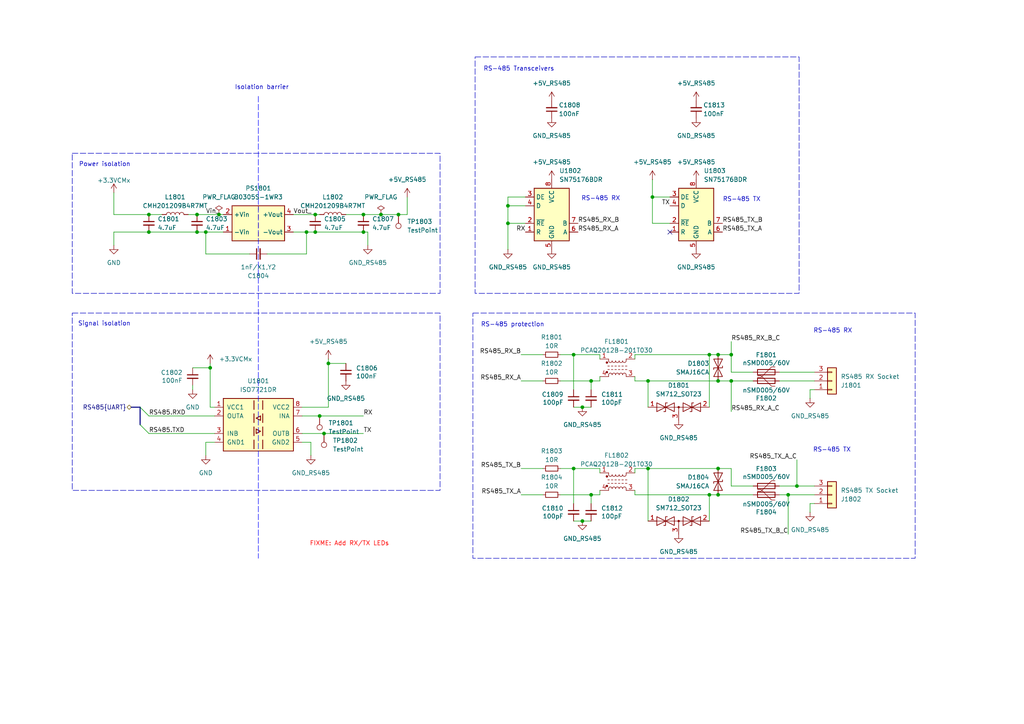
<source format=kicad_sch>
(kicad_sch (version 20231120) (generator "eeschema") (generator_version "8.0")
  (paper "A4")
  (title_block (title "HALPI2") (date "2025-01-03") (rev "v0.0.1") (company "Hat Labs Oy") (comment 1 "https://creativecommons.org/licenses/by/4.0") (comment 2 "To view a copy of this license, visit ") (comment 3 "HALPI2 is licensed under CC BY 4.0."))
  (lib_symbols
    (symbol "Connector:TestPoint" (pin_numbers hide) (pin_names (offset 0.762) hide)
      (property "Reference" "TP" (at 0 6.858 0))
      (property "Value" "TestPoint" (at 0 5.08 0))
      (symbol "TestPoint_0_1"
        (circle (center 0 3.302) (radius 0.762))
      )
      (symbol "TestPoint_1_1"
        (pin passive line (at 0 0 90) (length 2.54) (name "1") (number "1"))
      )
    )
    (symbol "Connector_Generic:Conn_01x03" (pin_names (offset 1.016) hide)
      (property "Reference" "J" (at 0 5.08 0))
      (property "Value" "Conn_01x03" (at 0 -5.08 0))
      (symbol "Conn_01x03_1_1"
        (rectangle (start -1.27 -2.413) (end 0 -2.667) (stroke (width 0.1524)))
        (rectangle (start -1.27 0.127) (end 0 -0.127) (stroke (width 0.1524)))
        (rectangle (start -1.27 2.667) (end 0 2.413) (stroke (width 0.1524)))
        (rectangle (start -1.27 3.81) (end 1.27 -3.81) (stroke (width 0.254)) (fill (type background)))
        (pin passive line (at -5.08 2.54 0) (length 3.81) (name "Pin_1") (number "1"))
        (pin passive line (at -5.08 0 0) (length 3.81) (name "Pin_2") (number "2"))
        (pin passive line (at -5.08 -2.54 0) (length 3.81) (name "Pin_3") (number "3"))
      )
    )
    (symbol "Device:C_Small" (pin_numbers hide) (pin_names (offset 0.254) hide)
      (property "Reference" "C" (at 0.254 1.778 0))
      (property "Value" "C_Small" (at 0.254 -2.032 0))
      (symbol "C_Small_0_1"
        (polyline (pts (xy -1.524 -0.508) (xy 1.524 -0.508)) (stroke (width 0.3302)))
        (polyline (pts (xy -1.524 0.508) (xy 1.524 0.508)) (stroke (width 0.3048)))
      )
      (symbol "C_Small_1_1"
        (pin passive line (at 0 2.54 270) (length 2.032) (name "~") (number "1"))
        (pin passive line (at 0 -2.54 90) (length 2.032) (name "~") (number "2"))
      )
    )
    (symbol "Device:L" (pin_numbers hide) (pin_names (offset 1.016) hide)
      (property "Reference" "L" (at -1.27 0 90))
      (property "Value" "L" (at 1.905 0 90))
      (symbol "L_0_1"
        (arc (start 0 -2.54) (mid 0.6323 -1.905) (end 0 -1.27))
        (arc (start 0 -1.27) (mid 0.6323 -0.635) (end 0 0))
        (arc (start 0 0) (mid 0.6323 0.635) (end 0 1.27))
        (arc (start 0 1.27) (mid 0.6323 1.905) (end 0 2.54))
      )
      (symbol "L_1_1"
        (pin passive line (at 0 3.81 270) (length 1.27) (name "1") (number "1"))
        (pin passive line (at 0 -3.81 90) (length 1.27) (name "2") (number "2"))
      )
    )
    (symbol "Device:L_Ferrite_Coupled_1243" (pin_names (offset 0.254) hide)
      (property "Reference" "L" (at 0 4.445 0))
      (property "Value" "L_Ferrite_Coupled_1243" (at 0 -4.445 0))
      (symbol "L_Ferrite_Coupled_1243_0_1"
        (circle (center -3.048 -1.27) (radius 0.254) (fill (type outline)))
        (circle (center -3.048 1.524) (radius 0.254) (fill (type outline)))
        (arc (start -2.54 2.032) (mid -2.032 1.5262) (end -1.524 2.032))
        (arc (start -1.524 -2.032) (mid -2.032 -1.5262) (end -2.54 -2.032))
        (arc (start -1.524 2.032) (mid -1.016 1.5262) (end -0.508 2.032))
        (arc (start -0.508 -2.032) (mid -1.016 -1.5262) (end -1.524 -2.032))
        (arc (start -0.508 2.032) (mid 0 1.5262) (end 0.508 2.032))
        (polyline (pts (xy -2.794 -0.508) (xy -2.286 -0.508)))
        (polyline (pts (xy -2.794 0.508) (xy -2.286 0.508)))
        (polyline (pts (xy -2.54 -2.032) (xy -2.54 -2.54)))
        (polyline (pts (xy -2.54 2.032) (xy -2.54 2.54)))
        (polyline (pts (xy -1.778 -0.508) (xy -1.27 -0.508)))
        (polyline (pts (xy -1.778 0.508) (xy -1.27 0.508)))
        (polyline (pts (xy -0.762 -0.508) (xy -0.254 -0.508)))
        (polyline (pts (xy -0.762 0.508) (xy -0.254 0.508)))
        (polyline (pts (xy 0.254 -0.508) (xy 0.762 -0.508)))
        (polyline (pts (xy 0.254 0.508) (xy 0.762 0.508)))
        (polyline (pts (xy 1.27 -0.508) (xy 1.778 -0.508)))
        (polyline (pts (xy 1.27 0.508) (xy 1.778 0.508)))
        (polyline (pts (xy 2.286 -0.508) (xy 2.794 -0.508)))
        (polyline (pts (xy 2.286 0.508) (xy 2.794 0.508)))
        (polyline (pts (xy 2.54 -2.032) (xy 2.54 -2.54)))
        (polyline (pts (xy 2.54 2.54) (xy 2.54 2.032)))
        (arc (start 0.508 -2.032) (mid 0 -1.5262) (end -0.508 -2.032))
        (arc (start 0.508 2.032) (mid 1.016 1.5262) (end 1.524 2.032))
        (arc (start 1.524 -2.032) (mid 1.016 -1.5262) (end 0.508 -2.032))
        (arc (start 1.524 2.032) (mid 2.032 1.5262) (end 2.54 2.032))
        (arc (start 2.54 -2.032) (mid 2.032 -1.5262) (end 1.524 -2.032))
      )
      (symbol "L_Ferrite_Coupled_1243_1_1"
        (pin passive line (at -5.08 2.54 0) (length 2.54) (name "1") (number "1"))
        (pin passive line (at 5.08 2.54 180) (length 2.54) (name "2") (number "2"))
        (pin passive line (at 5.08 -2.54 180) (length 2.54) (name "3") (number "3"))
        (pin passive line (at -5.08 -2.54 0) (length 2.54) (name "4") (number "4"))
      )
    )
    (symbol "Device:Polyfuse" (pin_numbers hide) (pin_names (offset 0))
      (property "Reference" "F" (at -2.54 0 90))
      (property "Value" "Polyfuse" (at 2.54 0 90))
      (symbol "Polyfuse_0_1"
        (rectangle (start -0.762 2.54) (end 0.762 -2.54) (stroke (width 0.254)))
        (polyline (pts (xy 0 2.54) (xy 0 -2.54)))
        (polyline (pts (xy -1.524 2.54) (xy -1.524 1.524) (xy 1.524 -1.524) (xy 1.524 -2.54)))
      )
      (symbol "Polyfuse_1_1"
        (pin passive line (at 0 3.81 270) (length 1.27) (name "~") (number "1"))
        (pin passive line (at 0 -3.81 90) (length 1.27) (name "~") (number "2"))
      )
    )
    (symbol "Device:R_Small" (pin_numbers hide) (pin_names (offset 0.254) hide)
      (property "Reference" "R" (at 0.762 0.508 0))
      (property "Value" "R_Small" (at 0.762 -1.016 0))
      (symbol "R_Small_0_1"
        (rectangle (start -0.762 1.778) (end 0.762 -1.778) (stroke (width 0.2032)))
      )
      (symbol "R_Small_1_1"
        (pin passive line (at 0 2.54 270) (length 0.762) (name "~") (number "1"))
        (pin passive line (at 0 -2.54 90) (length 0.762) (name "~") (number "2"))
      )
    )
    (symbol "Diode:SM712_SOT23" (pin_names (offset 1.016) hide)
      (property "Reference" "D" (at 0 4.445 0))
      (property "Value" "SM712_SOT23" (at 0 2.54 0))
      (symbol "SM712_SOT23_0_0"
        (polyline (pts (xy 0 -1.27) (xy 0 0)))
      )
      (symbol "SM712_SOT23_0_1"
        (polyline (pts (xy -6.35 0) (xy 6.35 0)))
        (polyline (pts (xy -3.302 1.27) (xy -3.81 1.27) (xy -3.81 -1.27) (xy -4.318 -1.27)) (stroke (width 0.2032)))
        (polyline (pts (xy 4.318 1.27) (xy 3.81 1.27) (xy 3.81 -1.27) (xy 3.302 -1.27)) (stroke (width 0.2032)))
        (polyline (pts (xy -6.35 -1.27) (xy -1.27 1.27) (xy -1.27 -1.27) (xy -6.35 1.27) (xy -6.35 -1.27)) (stroke (width 0.2032)))
        (polyline (pts (xy 1.27 -1.27) (xy 1.27 1.27) (xy 6.35 -1.27) (xy 6.35 1.27) (xy 1.27 -1.27)) (stroke (width 0.2032)))
        (circle (center 0 0) (radius 0.254) (fill (type outline)))
      )
      (symbol "SM712_SOT23_1_1"
        (pin passive line (at -8.89 0 0) (length 2.54) (name "A1") (number "1"))
        (pin passive line (at 8.89 0 180) (length 2.54) (name "A2") (number "2"))
        (pin input line (at 0 -3.81 90) (length 2.54) (name "common") (number "3"))
      )
    )
    (symbol "Diode:SMAJ16CA" (pin_numbers hide) (pin_names (offset 1.016) hide)
      (property "Reference" "D" (at 0 2.54 0))
      (property "Value" "SMAJ16CA" (at 0 -2.54 0))
      (symbol "SMAJ16CA_0_1"
        (polyline (pts (xy 1.27 0) (xy -1.27 0)))
        (polyline (pts (xy -2.54 -1.27) (xy 0 0) (xy -2.54 1.27) (xy -2.54 -1.27)) (stroke (width 0.2032)))
        (polyline (pts (xy 0.508 1.27) (xy 0 1.27) (xy 0 -1.27) (xy -0.508 -1.27)) (stroke (width 0.2032)))
        (polyline (pts (xy 2.54 1.27) (xy 2.54 -1.27) (xy 0 0) (xy 2.54 1.27)) (stroke (width 0.2032)))
      )
      (symbol "SMAJ16CA_1_1"
        (pin passive line (at -3.81 0 0) (length 2.54) (name "A1") (number "1"))
        (pin passive line (at 3.81 0 180) (length 2.54) (name "A2") (number "2"))
      )
    )
    (symbol "HALSER:IB0303S-W75R3"
      (property "Reference" "PS" (at -7.62 6.35 0))
      (property "Value" "IB0303S-W75R3" (at 1.27 6.35 0))
      (symbol "IB0303S-W75R3_0_0"
        (pin power_in line (at -10.16 -2.54 0) (length 2.54) (name "-Vin") (number "1"))
        (pin power_in line (at -10.16 2.54 0) (length 2.54) (name "+Vin") (number "2"))
        (pin power_out line (at 10.16 -2.54 180) (length 2.54) (name "-Vout") (number "3"))
        (pin power_out line (at 10.16 2.54 180) (length 2.54) (name "+Vout") (number "4"))
      )
      (symbol "IB0303S-W75R3_0_1"
        (rectangle (start -7.62 5.08) (end 7.62 -5.08) (stroke (width 0.254)) (fill (type background)))
        (polyline (pts (xy 0 -2.54) (xy 0 -3.81)))
        (polyline (pts (xy 0 0) (xy 0 -1.27)))
        (polyline (pts (xy 0 2.54) (xy 0 1.27)))
        (polyline (pts (xy 0 5.08) (xy 0 3.81)))
      )
    )
    (symbol "Hatlabs:+3.3VCMx" (power) (pin_numbers hide) (pin_names (offset 0) hide)
      (property "Value" "+3.3VCMx" (at 0 3.556 0))
      (symbol "+3.3VCMx_0_1"
        (polyline (pts (xy -0.762 1.27) (xy 0 2.54)))
        (polyline (pts (xy 0 0) (xy 0 2.54)))
        (polyline (pts (xy 0 2.54) (xy 0.762 1.27)))
      )
      (symbol "+3.3VCMx_1_1"
        (pin power_in line (at 0 0 90) (length 0) (name "~") (number "1"))
      )
    )
    (symbol "Hatlabs:+5V_RS485" (power) (pin_numbers hide) (pin_names (offset 0) hide)
      (property "Value" "+5V_RS485" (at 0 3.556 0))
      (symbol "+5V_RS485_0_1"
        (polyline (pts (xy -0.762 1.27) (xy 0 2.54)))
        (polyline (pts (xy 0 0) (xy 0 2.54)))
        (polyline (pts (xy 0 2.54) (xy 0.762 1.27)))
      )
      (symbol "+5V_RS485_1_1"
        (pin power_in line (at 0 0 90) (length 0) (name "~") (number "1"))
      )
    )
    (symbol "Hatlabs:ISO7721DR" (pin_names (offset 1.016))
      (property "Reference" "U" (at -10.16 8.89 0))
      (property "Value" "ISO7721DR" (at -2.032 8.89 0))
      (symbol "ISO7721DR_0_1"
        (rectangle (start -10.16 7.62) (end 10.16 -7.62) (stroke (width 0.254)) (fill (type background)))
        (polyline (pts (xy -1.27 -4.445) (xy -1.27 -6.985)) (stroke (width 0.254)))
        (polyline (pts (xy -1.27 -0.635) (xy -1.27 -3.175)) (stroke (width 0.254)))
        (polyline (pts (xy -1.27 3.175) (xy -1.27 0.635)) (stroke (width 0.254)))
        (polyline (pts (xy -1.27 6.985) (xy -1.27 4.445)) (stroke (width 0.254)))
        (polyline (pts (xy 1.27 -4.445) (xy 1.27 -6.985)) (stroke (width 0.254)))
        (polyline (pts (xy 1.27 -0.635) (xy 1.27 -3.175)) (stroke (width 0.254)))
        (polyline (pts (xy 1.27 3.175) (xy 1.27 0.635)) (stroke (width 0.254)))
        (polyline (pts (xy 1.27 6.985) (xy 1.27 4.445)) (stroke (width 0.254)))
        (polyline (pts (xy -0.635 -1.27) (xy -0.635 -2.54) (xy 0.635 -1.905) (xy -0.635 -1.27)) (stroke (width 0.254)))
        (polyline (pts (xy 0.635 2.54) (xy 0.635 1.27) (xy -0.635 1.905) (xy 0.635 2.54)) (stroke (width 0.254)))
      )
      (symbol "ISO7721DR_1_1"
        (pin power_in line (at -12.7 5.08 0) (length 2.54) (name "VCC1") (number "1"))
        (pin output line (at -12.7 2.54 0) (length 2.54) (name "OUTA") (number "2"))
        (pin input line (at -12.7 -2.54 0) (length 2.54) (name "INB") (number "3"))
        (pin power_in line (at -12.7 -5.08 0) (length 2.54) (name "GND1") (number "4"))
        (pin power_in line (at 12.7 -5.08 180) (length 2.54) (name "GND2") (number "5"))
        (pin output line (at 12.7 -2.54 180) (length 2.54) (name "OUTB") (number "6"))
        (pin input line (at 12.7 2.54 180) (length 2.54) (name "INA") (number "7"))
        (pin power_in line (at 12.7 5.08 180) (length 2.54) (name "VCC2") (number "8"))
      )
    )
    (symbol "Interface_UART:SN75176AD"
      (property "Reference" "U" (at -4.318 8.89 0))
      (property "Value" "SN75176AD" (at 1.016 8.89 0))
      (symbol "SN75176AD_0_1"
        (rectangle (start -5.08 7.62) (end 5.08 -7.62) (stroke (width 0.254)) (fill (type background)))
      )
      (symbol "SN75176AD_1_1"
        (pin output line (at -7.62 -5.08 0) (length 2.54) (name "R") (number "1"))
        (pin input line (at -7.62 -2.54 0) (length 2.54) (name "~{RE}") (number "2"))
        (pin input line (at -7.62 5.08 0) (length 2.54) (name "DE") (number "3"))
        (pin input line (at -7.62 2.54 0) (length 2.54) (name "D") (number "4"))
        (pin power_in line (at 0 -10.16 90) (length 2.54) (name "GND") (number "5"))
        (pin bidirectional line (at 7.62 -5.08 180) (length 2.54) (name "A") (number "6"))
        (pin bidirectional line (at 7.62 -2.54 180) (length 2.54) (name "B") (number "7"))
        (pin power_in line (at 0 10.16 270) (length 2.54) (name "VCC") (number "8"))
      )
    )
    (symbol "power:GND" (power) (pin_numbers hide) (pin_names (offset 0) hide)
      (property "Value" "GND" (at 0 -3.81 0))
      (symbol "GND_0_1"
        (polyline (pts (xy 0 0) (xy 0 -1.27) (xy 1.27 -1.27) (xy 0 -2.54) (xy -1.27 -1.27) (xy 0 -1.27)))
      )
      (symbol "GND_1_1"
        (pin power_in line (at 0 0 270) (length 0) (name "~") (number "1"))
      )
    )
    (symbol "power:PWR_FLAG" (power) (pin_numbers hide) (pin_names (offset 0) hide)
      (property "Value" "PWR_FLAG" (at 0 3.81 0))
      (symbol "PWR_FLAG_0_0"
        (pin power_out line (at 0 0 90) (length 0) (name "~") (number "1"))
      )
      (symbol "PWR_FLAG_0_1"
        (polyline (pts (xy 0 0) (xy 0 1.27) (xy -1.016 1.905) (xy 0 2.54) (xy 1.016 1.905) (xy 0 1.27)))
      )
    )
  )
  (junction (at 212.09 110.49))
  (junction (at 212.09 102.87))
  (junction (at 168.91 118.11))
  (junction (at 95.25 105.41))
  (junction (at 147.32 59.69))
  (junction (at 205.74 143.51))
  (junction (at 105.41 62.23))
  (junction (at 63.5 62.23))
  (junction (at 228.6 143.51))
  (junction (at 92.71 120.65))
  (junction (at 187.96 135.89))
  (junction (at 166.37 135.89))
  (junction (at 166.37 102.87))
  (junction (at 208.28 135.89))
  (junction (at 147.32 64.77))
  (junction (at 115.57 62.23))
  (junction (at 187.96 110.49))
  (junction (at 208.28 143.51))
  (junction (at 171.45 110.49))
  (junction (at 171.45 143.51))
  (junction (at 59.69 67.31))
  (junction (at 88.9 67.31))
  (junction (at 208.28 110.49))
  (junction (at 189.23 57.15))
  (junction (at 43.18 67.31))
  (junction (at 43.18 62.23))
  (junction (at 91.44 67.31))
  (junction (at 105.41 67.31))
  (junction (at 208.28 102.87))
  (junction (at 91.44 62.23))
  (junction (at 57.15 62.23))
  (junction (at 205.74 102.87))
  (junction (at 110.49 62.23))
  (junction (at 93.98 125.73))
  (junction (at 57.15 67.31))
  (junction (at 231.14 140.97))
  (junction (at 60.96 106.68))
  (junction (at 168.91 151.13))
  (no_connect (at 194.31 67.31))
  (bus_entry (at 40.64 118.11) (size 2.54 2.54))
  (bus_entry (at 40.64 123.19) (size 2.54 2.54))
  (bus (pts (xy 40.64 118.11) (xy 40.64 123.19)))
  (wire (pts (xy 60.96 106.68) (xy 60.96 105.41)))
  (wire (pts (xy 168.91 151.13) (xy 171.45 151.13)))
  (wire (pts (xy 231.14 133.35) (xy 231.14 140.97)))
  (wire (pts (xy 226.06 107.95) (xy 236.22 107.95)))
  (wire (pts (xy 151.13 102.87) (xy 157.48 102.87)))
  (wire (pts (xy 151.13 143.51) (xy 157.48 143.51)))
  (wire (pts (xy 91.44 62.23) (xy 92.71 62.23)))
  (wire (pts (xy 88.9 73.66) (xy 88.9 67.31)))
  (wire (pts (xy 205.74 143.51) (xy 205.74 151.13)))
  (wire (pts (xy 234.95 113.03) (xy 234.95 115.57)))
  (wire (pts (xy 151.13 110.49) (xy 157.48 110.49)))
  (wire (pts (xy 234.95 146.05) (xy 236.22 146.05)))
  (wire (pts (xy 162.56 110.49) (xy 171.45 110.49)))
  (wire (pts (xy 236.22 113.03) (xy 234.95 113.03)))
  (wire (pts (xy 85.09 67.31) (xy 88.9 67.31)))
  (wire (pts (xy 228.6 143.51) (xy 228.6 154.94)))
  (wire (pts (xy 60.96 118.11) (xy 62.23 118.11)))
  (wire (pts (xy 95.25 105.41) (xy 95.25 118.11)))
  (wire (pts (xy 33.02 71.12) (xy 33.02 67.31)))
  (wire (pts (xy 166.37 135.89) (xy 166.37 146.05)))
  (wire (pts (xy 100.33 62.23) (xy 105.41 62.23)))
  (wire (pts (xy 171.45 110.49) (xy 173.99 110.49)))
  (wire (pts (xy 162.56 143.51) (xy 171.45 143.51)))
  (wire (pts (xy 184.15 142.24) (xy 184.15 143.51)))
  (wire (pts (xy 147.32 59.69) (xy 152.4 59.69)))
  (wire (pts (xy 90.17 132.08) (xy 90.17 128.27)))
  (wire (pts (xy 55.88 106.68) (xy 60.96 106.68)))
  (wire (pts (xy 43.18 62.23) (xy 46.99 62.23)))
  (wire (pts (xy 118.11 57.15) (xy 118.11 62.23)))
  (wire (pts (xy 33.02 67.31) (xy 43.18 67.31)))
  (wire (pts (xy 166.37 118.11) (xy 168.91 118.11)))
  (wire (pts (xy 63.5 62.23) (xy 64.77 62.23)))
  (wire (pts (xy 87.63 125.73) (xy 93.98 125.73)))
  (wire (pts (xy 85.09 62.23) (xy 91.44 62.23)))
  (wire (pts (xy 187.96 135.89) (xy 187.96 151.13)))
  (wire (pts (xy 147.32 59.69) (xy 147.32 57.15)))
  (wire (pts (xy 59.69 67.31) (xy 64.77 67.31)))
  (wire (pts (xy 205.74 143.51) (xy 208.28 143.51)))
  (wire (pts (xy 147.32 72.39) (xy 147.32 64.77)))
  (wire (pts (xy 212.09 140.97) (xy 218.44 140.97)))
  (wire (pts (xy 208.28 102.87) (xy 212.09 102.87)))
  (wire (pts (xy 212.09 140.97) (xy 212.09 135.89)))
  (wire (pts (xy 33.02 55.88) (xy 33.02 62.23)))
  (bus (pts (xy 38.1 118.11) (xy 40.64 118.11)))
  (wire (pts (xy 208.28 143.51) (xy 218.44 143.51)))
  (wire (pts (xy 59.69 128.27) (xy 59.69 132.08)))
  (wire (pts (xy 184.15 102.87) (xy 184.15 104.14)))
  (wire (pts (xy 106.68 67.31) (xy 105.41 67.31)))
  (wire (pts (xy 100.33 105.41) (xy 95.25 105.41)))
  (wire (pts (xy 171.45 110.49) (xy 171.45 113.03)))
  (wire (pts (xy 212.09 107.95) (xy 218.44 107.95)))
  (wire (pts (xy 184.15 135.89) (xy 187.96 135.89)))
  (wire (pts (xy 173.99 109.22) (xy 173.99 110.49)))
  (wire (pts (xy 59.69 73.66) (xy 59.69 67.31)))
  (wire (pts (xy 166.37 102.87) (xy 166.37 113.03)))
  (wire (pts (xy 88.9 67.31) (xy 91.44 67.31)))
  (wire (pts (xy 62.23 128.27) (xy 59.69 128.27)))
  (wire (pts (xy 147.32 64.77) (xy 147.32 59.69)))
  (wire (pts (xy 205.74 102.87) (xy 205.74 118.11)))
  (wire (pts (xy 72.39 73.66) (xy 59.69 73.66)))
  (wire (pts (xy 54.61 62.23) (xy 57.15 62.23)))
  (wire (pts (xy 87.63 120.65) (xy 92.71 120.65)))
  (wire (pts (xy 231.14 140.97) (xy 236.22 140.97)))
  (wire (pts (xy 184.15 109.22) (xy 184.15 110.49)))
  (wire (pts (xy 212.09 110.49) (xy 218.44 110.49)))
  (wire (pts (xy 33.02 62.23) (xy 43.18 62.23)))
  (wire (pts (xy 187.96 110.49) (xy 208.28 110.49)))
  (wire (pts (xy 234.95 148.59) (xy 234.95 146.05)))
  (wire (pts (xy 189.23 57.15) (xy 194.31 57.15)))
  (wire (pts (xy 189.23 64.77) (xy 189.23 57.15)))
  (wire (pts (xy 105.41 62.23) (xy 110.49 62.23)))
  (wire (pts (xy 93.98 125.73) (xy 105.41 125.73)))
  (wire (pts (xy 147.32 64.77) (xy 152.4 64.77)))
  (wire (pts (xy 110.49 62.23) (xy 115.57 62.23)))
  (wire (pts (xy 87.63 118.11) (xy 95.25 118.11)))
  (wire (pts (xy 92.71 120.65) (xy 105.41 120.65)))
  (wire (pts (xy 226.06 143.51) (xy 228.6 143.51)))
  (wire (pts (xy 168.91 118.11) (xy 171.45 118.11)))
  (wire (pts (xy 77.47 73.66) (xy 88.9 73.66)))
  (wire (pts (xy 184.15 110.49) (xy 187.96 110.49)))
  (wire (pts (xy 57.15 62.23) (xy 63.5 62.23)))
  (wire (pts (xy 95.25 105.41) (xy 95.25 104.14)))
  (wire (pts (xy 166.37 151.13) (xy 168.91 151.13)))
  (wire (pts (xy 173.99 102.87) (xy 173.99 104.14)))
  (wire (pts (xy 189.23 52.07) (xy 189.23 57.15)))
  (wire (pts (xy 151.13 135.89) (xy 157.48 135.89)))
  (wire (pts (xy 91.44 67.31) (xy 105.41 67.31)))
  (wire (pts (xy 43.18 125.73) (xy 62.23 125.73)))
  (wire (pts (xy 166.37 102.87) (xy 173.99 102.87)))
  (wire (pts (xy 115.57 62.23) (xy 118.11 62.23)))
  (wire (pts (xy 228.6 143.51) (xy 236.22 143.51)))
  (wire (pts (xy 194.31 64.77) (xy 189.23 64.77)))
  (wire (pts (xy 60.96 118.11) (xy 60.96 106.68)))
  (wire (pts (xy 147.32 57.15) (xy 152.4 57.15)))
  (wire (pts (xy 187.96 135.89) (xy 208.28 135.89)))
  (wire (pts (xy 212.09 110.49) (xy 212.09 119.38)))
  (wire (pts (xy 184.15 102.87) (xy 205.74 102.87)))
  (wire (pts (xy 162.56 102.87) (xy 166.37 102.87)))
  (wire (pts (xy 184.15 137.16) (xy 184.15 135.89)))
  (wire (pts (xy 171.45 143.51) (xy 171.45 146.05)))
  (wire (pts (xy 208.28 110.49) (xy 212.09 110.49)))
  (wire (pts (xy 43.18 120.65) (xy 62.23 120.65)))
  (wire (pts (xy 43.18 67.31) (xy 57.15 67.31)))
  (wire (pts (xy 212.09 99.06) (xy 212.09 102.87)))
  (wire (pts (xy 173.99 135.89) (xy 173.99 137.16)))
  (wire (pts (xy 208.28 135.89) (xy 212.09 135.89)))
  (wire (pts (xy 106.68 71.12) (xy 106.68 67.31)))
  (polyline (pts (xy 74.93 27.94) (xy 74.93 161.925)) (stroke (width 0) (type dash) (color 0 0 255 1)))
  (wire (pts (xy 184.15 143.51) (xy 205.74 143.51)))
  (wire (pts (xy 90.17 128.27) (xy 87.63 128.27)))
  (wire (pts (xy 171.45 143.51) (xy 173.99 143.51)))
  (wire (pts (xy 187.96 110.49) (xy 187.96 118.11)))
  (wire (pts (xy 226.06 140.97) (xy 231.14 140.97)))
  (wire (pts (xy 57.15 67.31) (xy 59.69 67.31)))
  (wire (pts (xy 55.88 111.76) (xy 55.88 113.03)))
  (wire (pts (xy 166.37 135.89) (xy 173.99 135.89)))
  (wire (pts (xy 205.74 102.87) (xy 208.28 102.87)))
  (wire (pts (xy 173.99 142.24) (xy 173.99 143.51)))
  (wire (pts (xy 226.06 110.49) (xy 236.22 110.49)))
  (wire (pts (xy 212.09 107.95) (xy 212.09 102.87)))
  (wire (pts (xy 162.56 135.89) (xy 166.37 135.89)))
  (rectangle (start 137.16 90.805) (end 265.43 161.925) (stroke (width 0) (type dash)))
  (rectangle (start 137.795 16.51) (end 231.775 85.09) (stroke (width 0) (type dash)))
  (rectangle (start 20.955 90.805) (end 127.635 142.24) (stroke (width 0) (type dash)))
  (rectangle (start 20.955 44.45) (end 127.635 85.09) (stroke (width 0) (type dash)))
  (text "RS-485 TX" (at 215.138 57.912 0) (effects (font (size 1.27 1.27))))
  (text "FIXME: Add RX/TX LEDs" (at 101.346 157.734 0) (effects (font (size 1.27 1.27))))
  (text "Power isolation" (at 22.86 47.752 0) (effects (font (size 1.27 1.27)) (justify left)))
  (text "RS-485 TX" (at 241.3 130.556 0) (effects (font (size 1.27 1.27))))
  (text "RS-485 RX" (at 174.244 57.658 0) (effects (font (size 1.27 1.27))))
  (text "Signal isolation" (at 22.606 93.98 0) (effects (font (size 1.27 1.27)) (justify left)))
  (text "RS-485 RX" (at 241.554 96.012 0) (effects (font (size 1.27 1.27))))
  (text "Isolation barrier" (at 68.072 26.162 0) (effects (font (size 1.27 1.27)) (justify left bottom)))
  (text "RS-485 Transceivers" (at 140.208 20.066 0) (effects (font (size 1.27 1.27)) (justify left)))
  (text "RS-485 protection" (at 139.446 94.234 0) (effects (font (size 1.27 1.27)) (justify left)))
  (label "RX" (at 105.41 120.65 0))
  (label "RS485_TX_A" (at 209.55 67.31 0))
  (label "RS485_RX_A_C" (at 212.09 119.38 0))
  (label "RS485_TX_A" (at 151.13 143.51 180))
  (label "RS485_TX_B_C" (at 228.6 154.94 180))
  (label "RS485.RXD" (at 43.18 120.65 0))
  (label "RS485_RX_B_C" (at 212.09 99.06 0))
  (label "RX" (at 152.4 67.31 180))
  (label "RS485_TX_A_C" (at 231.14 133.35 180))
  (label "RS485_TX_B" (at 151.13 135.89 180))
  (label "RS485_RX_B" (at 167.64 64.77 0))
  (label "TX" (at 105.41 125.73 0))
  (label "RS485_TX_B" (at 209.55 64.77 0))
  (label "RS485_RX_B" (at 151.13 102.87 180))
  (label "RS485.TXD" (at 43.18 125.73 0))
  (label "RS485_RX_A" (at 151.13 110.49 180))
  (label "Vin_" (at 59.69 62.23 0))
  (label "Vout_" (at 85.09 62.23 0))
  (label "RS485_RX_A" (at 167.64 67.31 0))
  (label "TX" (at 194.31 59.69 180))
  (hierarchical_label "RS485{UART}" (shape bidirectional) (at 38.1 118.11 180))
  (symbol (lib_id "power:GND") (at 100.33 110.49 0) (unit 1)
    (property "Reference" "#PWR01808" (effects (hide yes)))
    (property "Value" "GND_RS485" (at 100.33 115.57 0))
    (property "Description" "Power symbol creates a global label with name \"GND\" , ground" (effects (hide yes)))
  )
  (symbol (lib_id "Device:L_Ferrite_Coupled_1243") (at 179.07 106.68 0) (unit 1)
    (property "Reference" "FL1801" (at 178.816 99.06 0))
    (property "Value" "PCAQ2012B-201T030" (at 178.816 101.6 0))
    (property "Footprint" "Hatlabs:L_CommonModeChoke_PCAQ2012B" (effects (hide yes)))
    (property "Description" "Coupled inductor with ferrite core" (effects (hide yes)))
    (property "Notes" "Alternatives: ACM2012-201-2P-T002" (effects (hide yes)))
    (property "LCSC" "C2926967" (effects (hide yes)))
  )
  (symbol (lib_id "Device:C_Small") (at 160.02 31.75 180) (unit 1)
    (property "Reference" "C1808" (at 162.052 30.48 0) (effects (justify right)))
    (property "Value" "100nF" (at 162.052 33.02 0) (effects (justify right)))
    (property "Footprint" "Capacitor_SMD:C_0402_1005Metric" (effects (hide yes)))
    (property "Description" "Unpolarized capacitor, small symbol" (effects (hide yes)))
    (property "LCSC" "C1525" (effects (hide yes)))
  )
  (symbol (lib_id "power:GND") (at 33.02 71.12 0) (unit 1)
    (property "Reference" "#PWR01802" (effects (hide yes)))
    (property "Value" "GND" (at 33.02 76.2 0))
    (property "Description" "Power symbol creates a global label with name \"GND\" , ground" (effects (hide yes)))
  )
  (symbol (lib_id "Device:C_Small") (at 166.37 148.59 0) (mirror y) (unit 1)
    (property "Reference" "C1810" (at 163.449 147.4216 0) (effects (justify left)))
    (property "Value" "100pF" (at 163.449 149.733 0) (effects (justify left)))
    (property "Footprint" "Capacitor_SMD:C_0603_1608Metric" (effects (hide yes)))
    (property "Description" "Unpolarized capacitor, small symbol" (effects (hide yes)))
    (property "LCSC" "C14858" (effects (hide yes)))
  )
  (symbol (lib_id "Connector_Generic:Conn_01x03") (at 241.3 110.49 0) (mirror x) (unit 1)
    (property "Reference" "J1801" (at 243.84 111.7601 0) (effects (justify left)))
    (property "Value" "RS485 RX Socket" (at 243.84 109.2201 0) (effects (justify left)))
    (property "Footprint" "Connector_Phoenix_MC:PhoenixContact_MCV_1,5_3-G-3.81_1x03_P3.81mm_Vertical" (effects (hide yes)))
    (property "Description" "Generic connector, single row, 01x03, script generated (kicad-library-utils/schlib/autogen/connector/)" (effects (hide yes)))
    (property "LCSC" "C8389" (effects (hide yes)))
    (property "JLCPCB_CORRECTION" "3.81;0;180" (effects (hide yes)))
  )
  (symbol (lib_id "Hatlabs:+5V_RS485") (at 160.02 29.21 0) (unit 1)
    (property "Reference" "#PWR01812" (effects (hide yes)))
    (property "Value" "+5V_RS485" (at 160.02 24.13 0))
    (property "Description" "Power symbol creates a global label with name \"+3V3_CAN\"" (effects (hide yes)))
  )
  (symbol (lib_id "Device:L_Ferrite_Coupled_1243") (at 179.07 139.7 0) (unit 1)
    (property "Reference" "FL1802" (at 178.816 132.08 0))
    (property "Value" "PCAQ2012B-201T030" (at 178.816 134.62 0))
    (property "Footprint" "Hatlabs:L_CommonModeChoke_PCAQ2012B" (effects (hide yes)))
    (property "Description" "Coupled inductor with ferrite core" (effects (hide yes)))
    (property "Notes" "Alternatives: ACM2012-201-2P-T002" (effects (hide yes)))
    (property "LCSC" "C2926967" (effects (hide yes)))
  )
  (symbol (lib_id "Connector_Generic:Conn_01x03") (at 241.3 143.51 0) (mirror x) (unit 1)
    (property "Reference" "J1802" (at 243.84 144.7801 0) (effects (justify left)))
    (property "Value" "RS485 TX Socket" (at 243.84 142.2401 0) (effects (justify left)))
    (property "Footprint" "Connector_Phoenix_MC:PhoenixContact_MCV_1,5_3-G-3.81_1x03_P3.81mm_Vertical" (effects (hide yes)))
    (property "Description" "Generic connector, single row, 01x03, script generated (kicad-library-utils/schlib/autogen/connector/)" (effects (hide yes)))
    (property "LCSC" "C8389" (effects (hide yes)))
    (property "JLCPCB_CORRECTION" "3.81;0;180" (effects (hide yes)))
  )
  (symbol (lib_id "Hatlabs:+5V_RS485") (at 95.25 104.14 0) (unit 1)
    (property "Reference" "#PWR01807" (effects (hide yes)))
    (property "Value" "+5V_RS485" (at 95.25 99.06 0))
    (property "Description" "Power symbol creates a global label with name \"CMx_3V3_CAN\"" (effects (hide yes)))
  )
  (symbol (lib_id "power:GND") (at 201.93 34.29 0) (unit 1)
    (property "Reference" "#PWR01822" (effects (hide yes)))
    (property "Value" "GND_RS485" (at 201.93 39.37 0))
    (property "Description" "Power symbol creates a global label with name \"GND\" , ground" (effects (hide yes)))
  )
  (symbol (lib_id "Connector:TestPoint") (at 93.98 125.73 180) (unit 1)
    (property "Reference" "TP1802" (at 96.52 127.7619 0) (effects (justify right)))
    (property "Value" "TestPoint" (at 96.52 130.3019 0) (effects (justify right)))
    (property "Footprint" "TestPoint:TestPoint_Pad_D1.0mm" (effects (hide yes)))
    (property "Description" "test point" (effects (hide yes)))
  )
  (symbol (lib_id "Connector:TestPoint") (at 115.57 62.23 180) (unit 1)
    (property "Reference" "TP1803" (at 118.11 64.2619 0) (effects (justify right)))
    (property "Value" "TestPoint" (at 118.11 66.8019 0) (effects (justify right)))
    (property "Footprint" "TestPoint:TestPoint_Pad_D1.0mm" (effects (hide yes)))
    (property "Description" "test point" (effects (hide yes)))
  )
  (symbol (lib_id "Hatlabs:ISO7721DR") (at 74.93 123.19 0) (unit 1)
    (property "Reference" "U1801" (at 74.93 110.49 0))
    (property "Value" "ISO7721DR" (at 74.93 113.03 0))
    (property "Footprint" "Package_SO:SOIC-8_3.9x4.9mm_P1.27mm" (effects (hide yes)))
    (property "Datasheet" "https://www.lcsc.com/datasheet/lcsc_datasheet_1912111437_Texas-Instruments-ISO7721DR_C366164.pdf" (effects (hide yes)))
    (property "Description" "Dual-channel digital isolator, bidirectional communication, 3V/5V level translation, SOIC-8" (effects (hide yes)))
    (property "LCSC" "C366164" (effects (hide yes)))
  )
  (symbol (lib_id "Device:Polyfuse") (at 222.25 143.51 270) (mirror x) (unit 1)
    (property "Reference" "F1804" (at 222.25 148.5138 90))
    (property "Value" "nSMD005/60V" (at 222.25 146.2024 90))
    (property "Footprint" "PCM_Fuse_AKL:Fuse_1206_3216Metric" (effects (hide yes)))
    (property "LCSC" "C2830235" (effects (hide yes)))
  )
  (symbol (lib_id "Hatlabs:+5V_RS485") (at 201.93 29.21 0) (unit 1)
    (property "Reference" "#PWR01821" (effects (hide yes)))
    (property "Value" "+5V_RS485" (at 201.93 24.13 0))
    (property "Description" "Power symbol creates a global label with name \"+3V3_CAN\"" (effects (hide yes)))
  )
  (symbol (lib_id "Device:C_Small") (at 171.45 115.57 0) (unit 1)
    (property "Reference" "C1811" (at 174.371 114.4016 0) (effects (justify left)))
    (property "Value" "100pF" (at 174.371 116.713 0) (effects (justify left)))
    (property "Footprint" "Capacitor_SMD:C_0603_1608Metric" (effects (hide yes)))
    (property "Description" "Unpolarized capacitor, small symbol" (effects (hide yes)))
    (property "LCSC" "C14858" (effects (hide yes)))
  )
  (symbol (lib_id "power:GND") (at 168.91 118.11 0) (unit 1)
    (property "Reference" "#PWR01816" (effects (hide yes)))
    (property "Value" "GND_RS485" (at 168.91 123.19 0))
    (property "Description" "Power symbol creates a global label with name \"GND\" , ground" (effects (hide yes)))
  )
  (symbol (lib_id "Diode:SM712_SOT23") (at 196.85 118.11 0) (unit 1)
    (property "Reference" "D1801" (at 196.85 111.76 0))
    (property "Value" "SM712_SOT23" (at 196.85 114.3 0))
    (property "Footprint" "PCM_Package_TO_SOT_SMD_AKL:SOT-23" (effects (hide yes)))
    (property "Datasheet" "https://www.littelfuse.com/~/media/electronics/datasheets/tvs_diode_arrays/littelfuse_tvs_diode_array_sm712_datasheet.pdf.pdf" (effects (hide yes)))
    (property "Description" "7V/12V, 600W Asymmetrical TVS Diode Array, SOT-23" (effects (hide yes)))
    (property "LCSC" "C521963" (effects (hide yes)))
    (property "JLCPCB_CORRECTION" "0;0;180" (effects (hide yes)))
  )
  (symbol (lib_id "power:PWR_FLAG") (at 63.5 62.23 0) (unit 1)
    (property "Reference" "#FLG01801" (effects (hide yes)))
    (property "Value" "PWR_FLAG" (at 63.5 57.15 0))
    (property "Description" "Special symbol for telling ERC where power comes from" (effects (hide yes)))
  )
  (symbol (lib_id "Device:C_Small") (at 166.37 115.57 0) (mirror y) (unit 1)
    (property "Reference" "C1809" (at 163.449 114.4016 0) (effects (justify left)))
    (property "Value" "100pF" (at 163.449 116.713 0) (effects (justify left)))
    (property "Footprint" "Capacitor_SMD:C_0603_1608Metric" (effects (hide yes)))
    (property "Description" "Unpolarized capacitor, small symbol" (effects (hide yes)))
    (property "LCSC" "C14858" (effects (hide yes)))
  )
  (symbol (lib_id "power:GND") (at 55.88 113.03 0) (unit 1)
    (property "Reference" "#PWR01803" (effects (hide yes)))
    (property "Value" "GND" (at 55.88 118.11 0))
    (property "Description" "Power symbol creates a global label with name \"GND\" , ground" (effects (hide yes)))
  )
  (symbol (lib_id "power:GND") (at 147.32 72.39 0) (unit 1)
    (property "Reference" "#PWR01811" (effects (hide yes)))
    (property "Value" "GND_RS485" (at 147.32 77.47 0))
    (property "Description" "Power symbol creates a global label with name \"GND\" , ground" (effects (hide yes)))
  )
  (symbol (lib_id "power:GND") (at 234.95 148.59 0) (unit 1)
    (property "Reference" "#PWR01826" (effects (hide yes)))
    (property "Value" "GND_RS485" (at 234.95 153.67 0))
    (property "Description" "Power symbol creates a global label with name \"GND\" , ground" (effects (hide yes)))
  )
  (symbol (lib_id "Device:Polyfuse") (at 222.25 107.95 270) (unit 1)
    (property "Reference" "F1801" (at 222.25 102.9462 90))
    (property "Value" "nSMD005/60V" (at 222.25 105.2576 90))
    (property "Footprint" "PCM_Fuse_AKL:Fuse_1206_3216Metric" (effects (hide yes)))
    (property "LCSC" "C2830235" (effects (hide yes)))
  )
  (symbol (lib_id "Connector:TestPoint") (at 92.71 120.65 180) (unit 1)
    (property "Reference" "TP1801" (at 95.25 122.6819 0) (effects (justify right)))
    (property "Value" "TestPoint" (at 95.25 125.2219 0) (effects (justify right)))
    (property "Footprint" "TestPoint:TestPoint_Pad_D1.0mm" (effects (hide yes)))
    (property "Description" "test point" (effects (hide yes)))
  )
  (symbol (lib_id "Interface_UART:SN75176AD") (at 201.93 62.23 0) (unit 1)
    (property "Reference" "U1803" (at 204.1241 49.53 0) (effects (justify left)))
    (property "Value" "SN75176BDR" (at 204.1241 52.07 0) (effects (justify left)))
    (property "Footprint" "PCM_Package_SO_AKL:SOIC-8_3.9x4.9mm_P1.27mm" (effects (hide yes)))
    (property "Datasheet" "https://wmsc.lcsc.com/wmsc/upload/file/pdf/v2/lcsc/2409301532_UMW-Youtai-Semiconductor-Co---Ltd--SN75176BDR_C2829048.pdf" (effects (hide yes)))
    (property "Description" "Differential RS-422/RS-485 bus transceiver, SOIC-8" (effects (hide yes)))
    (property "LCSC" "C2829048" (effects (hide yes)))
    (property "JLCPCB_CORRECTION" "0;0;270" (effects (hide yes)))
  )
  (symbol (lib_id "Device:L") (at 50.8 62.23 90) (unit 1)
    (property "Reference" "L1801" (at 50.8 57.15 90))
    (property "Value" "CMH201209B4R7MT" (at 50.8 59.69 90))
    (property "Footprint" "Inductor_SMD:L_0805_2012Metric" (effects (hide yes)))
    (property "LCSC" "C394959" (effects (hide yes)))
  )
  (symbol (lib_id "Hatlabs:+3.3VCMx") (at 33.02 55.88 0) (unit 1)
    (property "Reference" "#PWR01801" (effects (hide yes)))
    (property "Value" "+3.3VCMx" (at 33.02 52.324 0))
    (property "Description" "Power symbol driven by the CMx module +3.3V output" (effects (hide yes)))
  )
  (symbol (lib_id "Device:Polyfuse") (at 222.25 110.49 270) (mirror x) (unit 1)
    (property "Reference" "F1802" (at 222.25 115.4938 90))
    (property "Value" "nSMD005/60V" (at 222.25 113.1824 90))
    (property "Footprint" "PCM_Fuse_AKL:Fuse_1206_3216Metric" (effects (hide yes)))
    (property "LCSC" "C2830235" (effects (hide yes)))
  )
  (symbol (lib_id "Device:R_Small") (at 160.02 110.49 90) (unit 1)
    (property "Reference" "R1802" (at 160.02 105.41 90))
    (property "Value" "10R" (at 160.02 107.95 90))
    (property "Footprint" "Resistor_SMD:R_0402_1005Metric" (effects (hide yes)))
    (property "Description" "Resistor, small symbol" (effects (hide yes)))
    (property "LCSC" "C25077" (effects (hide yes)))
  )
  (symbol (lib_id "power:GND") (at 201.93 72.39 0) (unit 1)
    (property "Reference" "#PWR01824" (effects (hide yes)))
    (property "Value" "GND_RS485" (at 201.93 77.47 0))
    (property "Description" "Power symbol creates a global label with name \"GND\" , ground" (effects (hide yes)))
  )
  (symbol (lib_id "power:PWR_FLAG") (at 110.49 62.23 0) (unit 1)
    (property "Reference" "#FLG01802" (effects (hide yes)))
    (property "Value" "PWR_FLAG" (at 110.49 57.15 0))
    (property "Description" "Special symbol for telling ERC where power comes from" (effects (hide yes)))
  )
  (symbol (lib_id "Device:C_Small") (at 171.45 148.59 0) (unit 1)
    (property "Reference" "C1812" (at 174.371 147.4216 0) (effects (justify left)))
    (property "Value" "100pF" (at 174.371 149.733 0) (effects (justify left)))
    (property "Footprint" "Capacitor_SMD:C_0603_1608Metric" (effects (hide yes)))
    (property "Description" "Unpolarized capacitor, small symbol" (effects (hide yes)))
    (property "LCSC" "C14858" (effects (hide yes)))
  )
  (symbol (lib_id "Diode:SMAJ16CA") (at 208.28 139.7 270) (mirror x) (unit 1)
    (property "Reference" "D1804" (at 205.74 138.4299 90) (effects (justify right)))
    (property "Value" "SMAJ16CA" (at 205.74 140.9699 90) (effects (justify right)))
    (property "Footprint" "PCM_Diode_SMD_AKL:D_SMA_TVS" (effects (hide yes)))
    (property "Datasheet" "https://www.littelfuse.com/media?resourcetype=datasheets&itemid=75e32973-b177-4ee3-a0ff-cedaf1abdb93&filename=smaj-datasheet" (effects (hide yes)))
    (property "Description" "400W bidirectional Transient Voltage Suppressor, 16.0Vr, SMA(DO-214AC)" (effects (hide yes)))
    (property "LCSC" "C5356049" (effects (hide yes)))
  )
  (symbol (lib_id "power:GND") (at 234.95 115.57 0) (unit 1)
    (property "Reference" "#PWR01825" (effects (hide yes)))
    (property "Value" "GND_RS485" (at 234.95 120.65 0))
    (property "Description" "Power symbol creates a global label with name \"GND\" , ground" (effects (hide yes)))
  )
  (symbol (lib_id "Diode:SM712_SOT23") (at 196.85 151.13 0) (unit 1)
    (property "Reference" "D1802" (at 196.85 144.78 0))
    (property "Value" "SM712_SOT23" (at 196.85 147.32 0))
    (property "Footprint" "PCM_Package_TO_SOT_SMD_AKL:SOT-23" (effects (hide yes)))
    (property "Datasheet" "https://www.littelfuse.com/~/media/electronics/datasheets/tvs_diode_arrays/littelfuse_tvs_diode_array_sm712_datasheet.pdf.pdf" (effects (hide yes)))
    (property "Description" "7V/12V, 600W Asymmetrical TVS Diode Array, SOT-23" (effects (hide yes)))
    (property "LCSC" "C521963" (effects (hide yes)))
    (property "JLCPCB_CORRECTION" "0;0;180" (effects (hide yes)))
  )
  (symbol (lib_id "HALSER:IB0303S-W75R3") (at 74.93 64.77 0) (unit 1)
    (property "Reference" "PS1801" (at 74.93 54.61 0))
    (property "Value" "B0305S-1WR3" (at 74.93 57.15 0))
    (property "Footprint" "Converter_DCDC:Converter_DCDC_Murata_MEE1SxxxxSC_THT" (effects (hide yes)))
    (property "Datasheet" "https://power.murata.com/pub/data/power/ncl/kdc_mee3.pdf" (effects (hide yes)))
    (property "Description" "3W, 1000 VDC isolated DC/DC converter, 5V input, 5V output, SIP" (effects (hide yes)))
    (property "LCSC" "C7465186" (effects (hide yes)))
    (property "JLCPCB_CORRECTION" "0;3.81;270" (effects (hide yes)))
  )
  (symbol (lib_id "power:GND") (at 106.68 71.12 0) (unit 1)
    (property "Reference" "#PWR01809" (effects (hide yes)))
    (property "Value" "GND_RS485" (at 106.68 76.2 0))
    (property "Description" "Power symbol creates a global label with name \"GND\" , ground" (effects (hide yes)))
  )
  (symbol (lib_id "Diode:SMAJ16CA") (at 208.28 106.68 270) (mirror x) (unit 1)
    (property "Reference" "D1803" (at 205.74 105.4099 90) (effects (justify right)))
    (property "Value" "SMAJ16CA" (at 205.74 107.9499 90) (effects (justify right)))
    (property "Footprint" "PCM_Diode_SMD_AKL:D_SMA_TVS" (effects (hide yes)))
    (property "Datasheet" "https://www.littelfuse.com/media?resourcetype=datasheets&itemid=75e32973-b177-4ee3-a0ff-cedaf1abdb93&filename=smaj-datasheet" (effects (hide yes)))
    (property "Description" "400W bidirectional Transient Voltage Suppressor, 16.0Vr, SMA(DO-214AC)" (effects (hide yes)))
    (property "LCSC" "C5356049" (effects (hide yes)))
  )
  (symbol (lib_id "Device:R_Small") (at 160.02 102.87 90) (unit 1)
    (property "Reference" "R1801" (at 160.02 97.79 90))
    (property "Value" "10R" (at 160.02 100.33 90))
    (property "Footprint" "Resistor_SMD:R_0402_1005Metric" (effects (hide yes)))
    (property "Description" "Resistor, small symbol" (effects (hide yes)))
    (property "LCSC" "C25077" (effects (hide yes)))
  )
  (symbol (lib_id "Device:C_Small") (at 91.44 64.77 0) (unit 1)
    (property "Reference" "C1805" (at 93.98 63.5063 0) (effects (justify left)))
    (property "Value" "4.7uF" (at 93.98 66.0463 0) (effects (justify left)))
    (property "Footprint" "Capacitor_SMD:C_0603_1608Metric" (effects (hide yes)))
    (property "LCSC" "C19666" (effects (hide yes)))
  )
  (symbol (lib_id "Device:C_Small") (at 105.41 64.77 0) (unit 1)
    (property "Reference" "C1807" (at 107.95 63.5063 0) (effects (justify left)))
    (property "Value" "4.7uF" (at 107.95 66.0463 0) (effects (justify left)))
    (property "Footprint" "Capacitor_SMD:C_0603_1608Metric" (effects (hide yes)))
    (property "LCSC" "C19666" (effects (hide yes)))
  )
  (symbol (lib_id "power:GND") (at 196.85 121.92 0) (unit 1)
    (property "Reference" "#PWR01819" (effects (hide yes)))
    (property "Value" "GND_RS485" (at 196.85 127 0))
    (property "Description" "Power symbol creates a global label with name \"GND\" , ground" (effects (hide yes)))
  )
  (symbol (lib_id "power:GND") (at 160.02 34.29 0) (unit 1)
    (property "Reference" "#PWR01813" (effects (hide yes)))
    (property "Value" "GND_RS485" (at 160.02 39.37 0))
    (property "Description" "Power symbol creates a global label with name \"GND\" , ground" (effects (hide yes)))
  )
  (symbol (lib_id "power:GND") (at 196.85 154.94 0) (unit 1)
    (property "Reference" "#PWR01820" (effects (hide yes)))
    (property "Value" "GND_RS485" (at 196.85 160.02 0))
    (property "Description" "Power symbol creates a global label with name \"GND\" , ground" (effects (hide yes)))
  )
  (symbol (lib_id "Hatlabs:+3.3VCMx") (at 60.96 105.41 0) (unit 1)
    (property "Reference" "#PWR01805" (effects (hide yes)))
    (property "Value" "+3.3VCMx" (at 63.5 104.1399 0) (effects (justify left)))
    (property "Description" "Power symbol driven by the CMx module +3.3V output" (effects (hide yes)))
  )
  (symbol (lib_id "Device:R_Small") (at 160.02 143.51 90) (unit 1)
    (property "Reference" "R1804" (at 160.02 138.43 90))
    (property "Value" "10R" (at 160.02 140.97 90))
    (property "Footprint" "Resistor_SMD:R_0402_1005Metric" (effects (hide yes)))
    (property "Description" "Resistor, small symbol" (effects (hide yes)))
    (property "LCSC" "C25077" (effects (hide yes)))
  )
  (symbol (lib_id "power:GND") (at 160.02 72.39 0) (unit 1)
    (property "Reference" "#PWR01815" (effects (hide yes)))
    (property "Value" "GND_RS485" (at 160.02 77.47 0))
    (property "Description" "Power symbol creates a global label with name \"GND\" , ground" (effects (hide yes)))
  )
  (symbol (lib_id "power:GND") (at 90.17 132.08 0) (unit 1)
    (property "Reference" "#PWR01806" (effects (hide yes)))
    (property "Value" "GND_RS485" (at 90.17 137.16 0))
    (property "Description" "Power symbol creates a global label with name \"GND\" , ground" (effects (hide yes)))
  )
  (symbol (lib_id "Hatlabs:+5V_RS485") (at 118.11 57.15 0) (unit 1)
    (property "Reference" "#PWR01810" (effects (hide yes)))
    (property "Value" "+5V_RS485" (at 118.11 52.07 0))
    (property "Description" "Power symbol creates a global label with name \"+3V3_CAN\"" (effects (hide yes)))
  )
  (symbol (lib_id "Hatlabs:+5V_RS485") (at 189.23 52.07 0) (unit 1)
    (property "Reference" "#PWR01818" (effects (hide yes)))
    (property "Value" "+5V_RS485" (at 189.23 46.99 0))
    (property "Description" "Power symbol creates a global label with name \"+3V3_CAN\"" (effects (hide yes)))
  )
  (symbol (lib_id "Hatlabs:+5V_RS485") (at 160.02 52.07 0) (unit 1)
    (property "Reference" "#PWR01814" (effects (hide yes)))
    (property "Value" "+5V_RS485" (at 160.02 46.99 0))
    (property "Description" "Power symbol creates a global label with name \"+3V3_CAN\"" (effects (hide yes)))
  )
  (symbol (lib_id "Device:C_Small") (at 57.15 64.77 0) (unit 1)
    (property "Reference" "C1803" (at 59.69 63.5063 0) (effects (justify left)))
    (property "Value" "4.7uF" (at 59.69 66.0463 0) (effects (justify left)))
    (property "Footprint" "Capacitor_SMD:C_0603_1608Metric" (effects (hide yes)))
    (property "LCSC" "C19666" (effects (hide yes)))
  )
  (symbol (lib_id "Device:C_Small") (at 55.88 109.22 0) (mirror y) (unit 1)
    (property "Reference" "C1802" (at 52.959 108.0516 0) (effects (justify left)))
    (property "Value" "100nF" (at 52.959 110.363 0) (effects (justify left)))
    (property "Footprint" "Capacitor_SMD:C_0402_1005Metric" (effects (hide yes)))
    (property "LCSC" "C1525" (effects (hide yes)))
  )
  (symbol (lib_id "power:GND") (at 59.69 132.08 0) (unit 1)
    (property "Reference" "#PWR01804" (effects (hide yes)))
    (property "Value" "GND" (at 59.69 137.16 0))
    (property "Description" "Power symbol creates a global label with name \"GND\" , ground" (effects (hide yes)))
  )
  (symbol (lib_id "Hatlabs:+5V_RS485") (at 201.93 52.07 0) (unit 1)
    (property "Reference" "#PWR01823" (effects (hide yes)))
    (property "Value" "+5V_RS485" (at 201.93 46.99 0))
    (property "Description" "Power symbol creates a global label with name \"+3V3_CAN\"" (effects (hide yes)))
  )
  (symbol (lib_id "Device:Polyfuse") (at 222.25 140.97 270) (unit 1)
    (property "Reference" "F1803" (at 222.25 135.9662 90))
    (property "Value" "nSMD005/60V" (at 222.25 138.2776 90))
    (property "Footprint" "PCM_Fuse_AKL:Fuse_1206_3216Metric" (effects (hide yes)))
    (property "LCSC" "C2830235" (effects (hide yes)))
  )
  (symbol (lib_id "Device:L") (at 96.52 62.23 90) (unit 1)
    (property "Reference" "L1802" (at 96.52 57.15 90))
    (property "Value" "CMH201209B4R7MT" (at 96.52 59.69 90))
    (property "Footprint" "Inductor_SMD:L_0805_2012Metric" (effects (hide yes)))
    (property "LCSC" "C394959" (effects (hide yes)))
  )
  (symbol (lib_id "Device:C_Small") (at 100.33 107.95 0) (unit 1)
    (property "Reference" "C1806" (at 103.251 106.7816 0) (effects (justify left)))
    (property "Value" "100nF" (at 103.251 109.093 0) (effects (justify left)))
    (property "Footprint" "Capacitor_SMD:C_0402_1005Metric" (effects (hide yes)))
    (property "LCSC" "C1525" (effects (hide yes)))
  )
  (symbol (lib_id "Device:R_Small") (at 160.02 135.89 90) (unit 1)
    (property "Reference" "R1803" (at 160.02 130.81 90))
    (property "Value" "10R" (at 160.02 133.35 90))
    (property "Footprint" "Resistor_SMD:R_0402_1005Metric" (effects (hide yes)))
    (property "Description" "Resistor, small symbol" (effects (hide yes)))
    (property "LCSC" "C25077" (effects (hide yes)))
  )
  (symbol (lib_id "Device:C_Small") (at 201.93 31.75 180) (unit 1)
    (property "Reference" "C1813" (at 203.962 30.48 0) (effects (justify right)))
    (property "Value" "100nF" (at 203.962 33.02 0) (effects (justify right)))
    (property "Footprint" "Capacitor_SMD:C_0402_1005Metric" (effects (hide yes)))
    (property "Description" "Unpolarized capacitor, small symbol" (effects (hide yes)))
    (property "LCSC" "C1525" (effects (hide yes)))
  )
  (symbol (lib_id "power:GND") (at 168.91 151.13 0) (unit 1)
    (property "Reference" "#PWR01817" (effects (hide yes)))
    (property "Value" "GND_RS485" (at 168.91 156.21 0))
    (property "Description" "Power symbol creates a global label with name \"GND\" , ground" (effects (hide yes)))
  )
  (symbol (lib_id "Device:C_Small") (at 43.18 64.77 0) (unit 1)
    (property "Reference" "C1801" (at 45.72 63.5063 0) (effects (justify left)))
    (property "Value" "4.7uF" (at 45.72 66.0463 0) (effects (justify left)))
    (property "Footprint" "Capacitor_SMD:C_0603_1608Metric" (effects (hide yes)))
    (property "LCSC" "C19666" (effects (hide yes)))
  )
  (symbol (lib_id "Device:C_Small") (at 74.93 73.66 90) (mirror x) (unit 1)
    (property "Reference" "C1804" (at 74.9363 80.01 90))
    (property "Value" "1nF/X1,Y2" (at 74.9363 77.47 90))
    (property "Footprint" "Hatlabs:C_1808_4520Metric" (effects (hide yes)))
    (property "LCSC" "C784081" (effects (hide yes)))
  )
  (symbol (lib_id "Interface_UART:SN75176AD") (at 160.02 62.23 0) (unit 1)
    (property "Reference" "U1802" (at 162.2141 49.53 0) (effects (justify left)))
    (property "Value" "SN75176BDR" (at 162.2141 52.07 0) (effects (justify left)))
    (property "Footprint" "PCM_Package_SO_AKL:SOIC-8_3.9x4.9mm_P1.27mm" (effects (hide yes)))
    (property "Datasheet" "https://wmsc.lcsc.com/wmsc/upload/file/pdf/v2/lcsc/2409301532_UMW-Youtai-Semiconductor-Co---Ltd--SN75176BDR_C2829048.pdf" (effects (hide yes)))
    (property "Description" "Differential RS-422/RS-485 bus transceiver, SOIC-8" (effects (hide yes)))
    (property "LCSC" "C2829048" (effects (hide yes)))
    (property "JLCPCB_CORRECTION" "0;0;270" (effects (hide yes)))
  )
)
</source>
